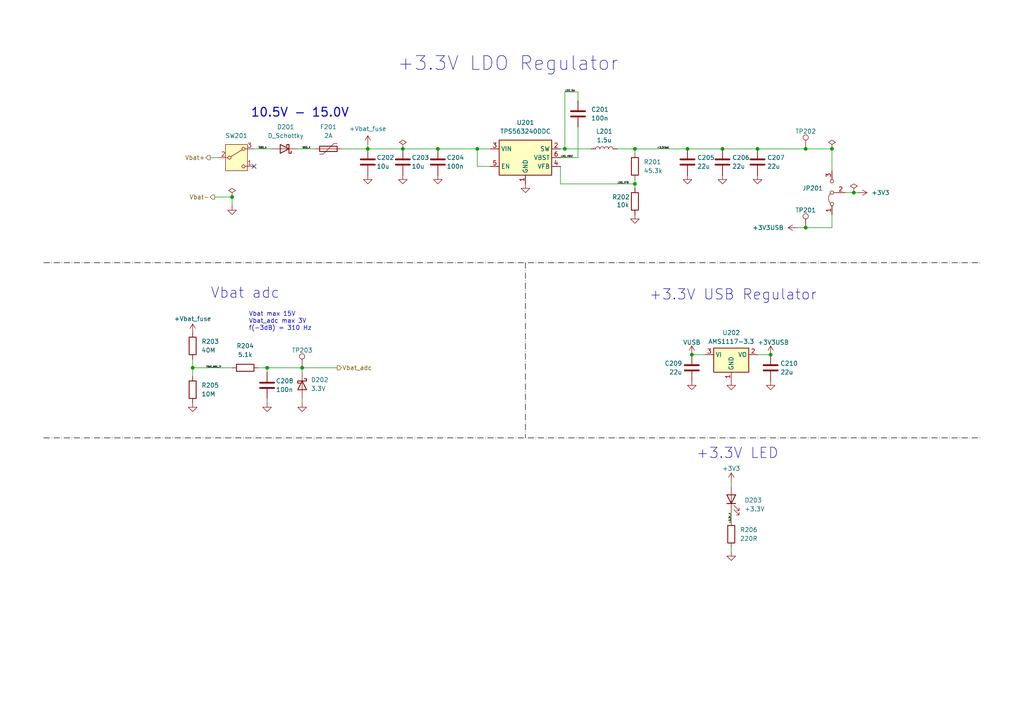
<source format=kicad_sch>
(kicad_sch (version 20250114) (generator "eeschema") (generator_version "9.0")
  (paper "A4")
  (title_block (title "Boat Autopilot Controller") (date "2025-11-11") (rev "0.1") (company "Dominik Ledzianowski / Klaudia Lewandowska"))
  (lib_symbols
    (symbol "Connector:TestPoint" (pin_numbers (hide yes)) (pin_names (offset 0.762) (hide yes))
      (property "Reference" "TP" (at 0 6.858 0))
      (property "Value" "TestPoint" (at 0 5.08 0))
      (symbol "TestPoint_0_1"
        (circle (center 0 3.302) (radius 0.762))
      )
      (symbol "TestPoint_1_1"
        (pin passive line (at 0 0 90) (length 2.54) (name "1") (number "1"))
      )
    )
    (symbol "Device:C" (pin_numbers (hide yes)) (pin_names (offset 0.254))
      (property "Reference" "C" (at 0.635 2.54 0))
      (property "Value" "C" (at 0.635 -2.54 0))
      (symbol "C_0_1"
        (polyline (pts (xy -2.032 0.762) (xy 2.032 0.762)) (stroke (width 0.508)))
        (polyline (pts (xy -2.032 -0.762) (xy 2.032 -0.762)) (stroke (width 0.508)))
      )
      (symbol "C_1_1"
        (pin passive line (at 0 3.81 270) (length 2.794) (name "~") (number "1"))
        (pin passive line (at 0 -3.81 90) (length 2.794) (name "~") (number "2"))
      )
    )
    (symbol "Device:D_Schottky" (pin_numbers (hide yes)) (pin_names (offset 1.016) (hide yes))
      (property "Reference" "D" (at 0 2.54 0))
      (property "Value" "D_Schottky" (at 0 -2.54 0))
      (symbol "D_Schottky_0_1"
        (polyline (pts (xy -1.905 0.635) (xy -1.905 1.27) (xy -1.27 1.27) (xy -1.27 -1.27) (xy -0.635 -1.27) (xy -0.635 -0.635)) (stroke (width 0.254)))
        (polyline (pts (xy 1.27 1.27) (xy 1.27 -1.27) (xy -1.27 0) (xy 1.27 1.27)) (stroke (width 0.254)))
        (polyline (pts (xy 1.27 0) (xy -1.27 0)))
      )
      (symbol "D_Schottky_1_1"
        (pin passive line (at -3.81 0 0) (length 2.54) (name "K") (number "1"))
        (pin passive line (at 3.81 0 180) (length 2.54) (name "A") (number "2"))
      )
    )
    (symbol "Device:L" (pin_numbers (hide yes)) (pin_names (offset 1.016) (hide yes))
      (property "Reference" "L" (at -1.27 0 90))
      (property "Value" "L" (at 1.905 0 90))
      (symbol "L_0_1"
        (arc (start 0 2.54) (mid 0.6323 1.905) (end 0 1.27))
        (arc (start 0 1.27) (mid 0.6323 0.635) (end 0 0))
        (arc (start 0 0) (mid 0.6323 -0.635) (end 0 -1.27))
        (arc (start 0 -1.27) (mid 0.6323 -1.905) (end 0 -2.54))
      )
      (symbol "L_1_1"
        (pin passive line (at 0 3.81 270) (length 1.27) (name "1") (number "1"))
        (pin passive line (at 0 -3.81 90) (length 1.27) (name "2") (number "2"))
      )
    )
    (symbol "Device:LED" (pin_numbers (hide yes)) (pin_names (offset 1.016) (hide yes))
      (property "Reference" "D" (at 0 2.54 0))
      (property "Value" "LED" (at 0 -2.54 0))
      (symbol "LED_0_1"
        (polyline (pts (xy -3.048 -0.762) (xy -4.572 -2.286) (xy -3.81 -2.286) (xy -4.572 -2.286) (xy -4.572 -1.524)))
        (polyline (pts (xy -1.778 -0.762) (xy -3.302 -2.286) (xy -2.54 -2.286) (xy -3.302 -2.286) (xy -3.302 -1.524)))
        (polyline (pts (xy -1.27 0) (xy 1.27 0)))
        (polyline (pts (xy -1.27 -1.27) (xy -1.27 1.27)) (stroke (width 0.254)))
        (polyline (pts (xy 1.27 -1.27) (xy 1.27 1.27) (xy -1.27 0) (xy 1.27 -1.27)) (stroke (width 0.254)))
      )
      (symbol "LED_1_1"
        (pin passive line (at -3.81 0 0) (length 2.54) (name "K") (number "1"))
        (pin passive line (at 3.81 0 180) (length 2.54) (name "A") (number "2"))
      )
    )
    (symbol "Device:Polyfuse" (pin_numbers (hide yes)) (pin_names (offset 0))
      (property "Reference" "F" (at -2.54 0 90))
      (property "Value" "Polyfuse" (at 2.54 0 90))
      (symbol "Polyfuse_0_1"
        (polyline (pts (xy -1.524 2.54) (xy -1.524 1.524) (xy 1.524 -1.524) (xy 1.524 -2.54)))
        (rectangle (start -0.762 2.54) (end 0.762 -2.54) (stroke (width 0.254)))
        (polyline (pts (xy 0 2.54) (xy 0 -2.54)))
      )
      (symbol "Polyfuse_1_1"
        (pin passive line (at 0 3.81 270) (length 1.27) (name "~") (number "1"))
        (pin passive line (at 0 -3.81 90) (length 1.27) (name "~") (number "2"))
      )
    )
    (symbol "Device:R" (pin_numbers (hide yes)) (pin_names (offset 0))
      (property "Reference" "R" (at 2.032 0 90))
      (property "Value" "R" (at 0 0 90))
      (symbol "R_0_1"
        (rectangle (start -1.016 -2.54) (end 1.016 2.54) (stroke (width 0.254)))
      )
      (symbol "R_1_1"
        (pin passive line (at 0 3.81 270) (length 1.27) (name "~") (number "1"))
        (pin passive line (at 0 -3.81 90) (length 1.27) (name "~") (number "2"))
      )
    )
    (symbol "Jumper:Jumper_3_Bridged12" (pin_names (offset 0) (hide yes)) (in_bom no)
      (property "Reference" "JP" (at -2.54 -2.54 0))
      (property "Value" "Jumper_3_Bridged12" (at 0 2.794 0))
      (symbol "Jumper_3_Bridged12_0_0"
        (circle (center -3.302 0) (radius 0.508))
        (circle (center 0 0) (radius 0.508))
        (circle (center 3.302 0) (radius 0.508))
      )
      (symbol "Jumper_3_Bridged12_0_1"
        (arc (start -3.048 0.508) (mid -1.651 0.9912) (end -0.254 0.508))
        (polyline (pts (xy 0 -1.27) (xy 0 -0.508)))
      )
      (symbol "Jumper_3_Bridged12_1_1"
        (pin passive line (at -6.35 0 0) (length 2.54) (name "A") (number "1"))
        (pin passive line (at 0 -3.81 90) (length 2.54) (name "C") (number "2"))
        (pin passive line (at 6.35 0 180) (length 2.54) (name "B") (number "3"))
      )
    )
    (symbol "Regulator_Linear:AMS1117-3.3"
      (property "Reference" "U" (at -3.81 3.175 0))
      (property "Value" "AMS1117-3.3" (at 0 3.175 0))
      (symbol "AMS1117-3.3_0_1"
        (rectangle (start -5.08 -5.08) (end 5.08 1.905) (stroke (width 0.254)) (fill (type background)))
      )
      (symbol "AMS1117-3.3_1_1"
        (pin power_in line (at -7.62 0 0) (length 2.54) (name "VI") (number "3"))
        (pin power_in line (at 0 -7.62 90) (length 2.54) (name "GND") (number "1"))
        (pin power_out line (at 7.62 0 180) (length 2.54) (name "VO") (number "2"))
      )
    )
    (symbol "Regulator_Switching:TPS563240DDC"
      (property "Reference" "U" (at -7.62 6.35 0))
      (property "Value" "TPS563240DDC" (at -2.54 6.35 0))
      (symbol "TPS563240DDC_0_1"
        (rectangle (start -7.62 5.08) (end 7.62 -5.08) (stroke (width 0.254)) (fill (type background)))
      )
      (symbol "TPS563240DDC_1_1"
        (pin power_in line (at -10.16 2.54 0) (length 2.54) (name "VIN") (number "3"))
        (pin input line (at -10.16 -2.54 0) (length 2.54) (name "EN") (number "5"))
        (pin power_in line (at 0 -7.62 90) (length 2.54) (name "GND") (number "1"))
        (pin output line (at 10.16 2.54 180) (length 2.54) (name "SW") (number "2"))
        (pin passive line (at 10.16 0 180) (length 2.54) (name "VBST") (number "6"))
        (pin input line (at 10.16 -2.54 180) (length 2.54) (name "VFB") (number "4"))
      )
    )
    (symbol "Switch:SW_Nidec_CAS-120A1" (pin_names (offset 1) (hide yes))
      (property "Reference" "SW" (at 0 4.318 0))
      (property "Value" "SW_Nidec_CAS-120A1" (at 0 -5.08 0))
      (symbol "SW_Nidec_CAS-120A1_0_1"
        (circle (center -2.032 0) (radius 0.4572))
        (polyline (pts (xy -1.651 0.254) (xy 1.651 2.286)))
        (circle (center 2.032 2.54) (radius 0.4572))
        (circle (center 2.032 -2.54) (radius 0.4572))
      )
      (symbol "SW_Nidec_CAS-120A1_1_1"
        (rectangle (start -3.175 3.81) (end 3.175 -3.81) (fill (type background)))
        (pin passive line (at -5.08 0 0) (length 2.54) (name "B") (number "2"))
        (pin passive line (at 5.08 2.54 180) (length 2.54) (name "A") (number "3"))
        (pin passive line (at 5.08 -2.54 180) (length 2.54) (name "C") (number "1"))
      )
    )
    (symbol "power:+3V3" (power) (pin_numbers (hide yes)) (pin_names (offset 0) (hide yes))
      (property "Value" "+3V3" (at 0 3.556 0))
      (symbol "+3V3_0_1"
        (polyline (pts (xy -0.762 1.27) (xy 0 2.54)))
        (polyline (pts (xy 0 2.54) (xy 0.762 1.27)))
        (polyline (pts (xy 0 0) (xy 0 2.54)))
      )
      (symbol "+3V3_1_1"
        (pin power_in line (at 0 0 90) (length 0) (name "~") (number "1"))
      )
    )
    (symbol "power:GND" (power) (pin_numbers (hide yes)) (pin_names (offset 0) (hide yes))
      (property "Value" "GND" (at 0 -3.81 0))
      (symbol "GND_0_1"
        (polyline (pts (xy 0 0) (xy 0 -1.27) (xy 1.27 -1.27) (xy 0 -2.54) (xy -1.27 -1.27) (xy 0 -1.27)))
      )
      (symbol "GND_1_1"
        (pin power_in line (at 0 0 270) (length 0) (name "~") (number "1"))
      )
    )
    (symbol "power:PWR_FLAG" (power) (pin_numbers (hide yes)) (pin_names (offset 0) (hide yes))
      (property "Value" "PWR_FLAG" (at 0 3.81 0))
      (symbol "PWR_FLAG_0_0"
        (pin power_out line (at 0 0 90) (length 0) (name "~") (number "1"))
      )
      (symbol "PWR_FLAG_0_1"
        (polyline (pts (xy 0 0) (xy 0 1.27) (xy -1.016 1.905) (xy 0 2.54) (xy 1.016 1.905) (xy 0 1.27)))
      )
    )
    (symbol "power:VBUS" (power) (pin_numbers (hide yes)) (pin_names (offset 0) (hide yes))
      (property "Value" "VBUS" (at 0 3.556 0))
      (symbol "VBUS_0_1"
        (polyline (pts (xy -0.762 1.27) (xy 0 2.54)))
        (polyline (pts (xy 0 2.54) (xy 0.762 1.27)))
        (polyline (pts (xy 0 0) (xy 0 2.54)))
      )
      (symbol "VBUS_1_1"
        (pin power_in line (at 0 0 90) (length 0) (name "~") (number "1"))
      )
    )
  )
  (text "Vbat adc" (at 71.12 85.09 0) (effects (font (size 3 3))))
  (text "+3.3V LDO Regulator" (at 147.32 18.542 0) (effects (font (size 4 4))))
  (text "Vbat max 15V\nVbat_adc max 3V\nf(-3dB) = 310 Hz\n\n" (at 72.136 94.234 0) (effects (font (size 1.27 1.27)) (justify left)))
  (text "+3.3V USB Regulator" (at 212.598 85.598 0) (effects (font (size 3 3))))
  (text "+3.3V LED" (at 213.868 131.572 0) (effects (font (size 3 3))))
  (text "10.5V - 15.0V" (at 72.644 32.766 0) (effects (font (size 2.54 2.54) (thickness 0.3175)) (justify left)))
  (junction (at 200.66 102.87))
  (junction (at 233.68 66.04))
  (junction (at 138.43 43.18))
  (junction (at 199.39 43.18))
  (junction (at 87.63 106.68))
  (junction (at 241.3 43.18))
  (junction (at 106.68 43.18))
  (junction (at 55.88 106.68))
  (junction (at 127 43.18))
  (junction (at 77.47 106.68))
  (junction (at 233.68 43.18))
  (junction (at 219.71 43.18))
  (junction (at 67.31 57.15))
  (junction (at 163.83 43.18))
  (junction (at 184.15 43.18))
  (junction (at 247.65 55.88))
  (junction (at 223.52 102.87))
  (junction (at 116.84 43.18))
  (junction (at 184.15 53.34))
  (junction (at 209.55 43.18))
  (no_connect (at 73.66 48.26))
  (wire (pts (xy 127 43.18) (xy 138.43 43.18)))
  (wire (pts (xy 219.71 43.18) (xy 233.68 43.18)))
  (wire (pts (xy 86.36 43.18) (xy 91.44 43.18)))
  (wire (pts (xy 184.15 43.18) (xy 199.39 43.18)))
  (wire (pts (xy 199.39 43.18) (xy 209.55 43.18)))
  (wire (pts (xy 163.83 26.67) (xy 163.83 43.18)))
  (wire (pts (xy 77.47 107.95) (xy 77.47 106.68)))
  (wire (pts (xy 162.56 48.26) (xy 162.56 53.34)))
  (wire (pts (xy 219.71 102.87) (xy 223.52 102.87)))
  (wire (pts (xy 138.43 43.18) (xy 138.43 48.26)))
  (wire (pts (xy 116.84 43.18) (xy 127 43.18)))
  (wire (pts (xy 184.15 52.07) (xy 184.15 53.34)))
  (wire (pts (xy 73.66 43.18) (xy 78.74 43.18)))
  (wire (pts (xy 212.09 139.7) (xy 212.09 140.97)))
  (wire (pts (xy 106.68 43.18) (xy 116.84 43.18)))
  (polyline (pts (xy 12.7 76.2) (xy 284.48 76.2)) (stroke (width 0) (type dash_dot) (color 0 0 0 1)))
  (wire (pts (xy 162.56 53.34) (xy 184.15 53.34)))
  (wire (pts (xy 231.14 66.04) (xy 233.68 66.04)))
  (wire (pts (xy 77.47 106.68) (xy 87.63 106.68)))
  (polyline (pts (xy 152.4 76.2) (xy 152.4 127)) (stroke (width 0) (type dash_dot) (color 0 0 0 1)))
  (wire (pts (xy 99.06 43.18) (xy 106.68 43.18)))
  (wire (pts (xy 209.55 43.18) (xy 219.71 43.18)))
  (wire (pts (xy 87.63 106.68) (xy 97.79 106.68)))
  (wire (pts (xy 142.24 48.26) (xy 138.43 48.26)))
  (wire (pts (xy 163.83 43.18) (xy 171.45 43.18)))
  (wire (pts (xy 55.88 104.14) (xy 55.88 106.68)))
  (wire (pts (xy 233.68 66.04) (xy 241.3 66.04)))
  (wire (pts (xy 77.47 115.57) (xy 77.47 116.84)))
  (wire (pts (xy 233.68 43.18) (xy 241.3 43.18)))
  (wire (pts (xy 184.15 43.18) (xy 184.15 44.45)))
  (wire (pts (xy 55.88 106.68) (xy 67.31 106.68)))
  (wire (pts (xy 106.68 41.91) (xy 106.68 43.18)))
  (wire (pts (xy 138.43 43.18) (xy 142.24 43.18)))
  (wire (pts (xy 60.96 45.72) (xy 63.5 45.72)))
  (wire (pts (xy 162.56 45.72) (xy 167.64 45.72)))
  (wire (pts (xy 241.3 49.53) (xy 241.3 43.18)))
  (wire (pts (xy 62.23 57.15) (xy 67.31 57.15)))
  (wire (pts (xy 163.83 43.18) (xy 162.56 43.18)))
  (wire (pts (xy 167.64 26.67) (xy 163.83 26.67)))
  (wire (pts (xy 200.66 102.87) (xy 204.47 102.87)))
  (wire (pts (xy 87.63 115.57) (xy 87.63 116.84)))
  (wire (pts (xy 247.65 55.88) (xy 248.92 55.88)))
  (wire (pts (xy 167.64 29.21) (xy 167.64 26.67)))
  (wire (pts (xy 184.15 53.34) (xy 184.15 54.61)))
  (wire (pts (xy 241.3 62.23) (xy 241.3 66.04)))
  (polyline (pts (xy 12.7 127) (xy 284.48 127)) (stroke (width 0) (type dash_dot) (color 0 0 0 1)))
  (wire (pts (xy 67.31 57.15) (xy 67.31 59.69)))
  (wire (pts (xy 245.11 55.88) (xy 247.65 55.88)))
  (wire (pts (xy 212.09 158.75) (xy 212.09 160.02)))
  (wire (pts (xy 87.63 106.68) (xy 87.63 107.95)))
  (wire (pts (xy 55.88 106.68) (xy 55.88 109.22)))
  (wire (pts (xy 212.09 148.59) (xy 212.09 151.13)))
  (wire (pts (xy 167.64 36.83) (xy 167.64 45.72)))
  (wire (pts (xy 74.93 106.68) (xy 77.47 106.68)))
  (wire (pts (xy 179.07 43.18) (xy 184.15 43.18)))
  (label "Vbat_adc_in" (at 59.69 106.68 0) (effects (font (size 0.5 0.5))))
  (label "SBD_A" (at 74.93 43.18 0) (effects (font (size 0.5 0.5))))
  (label "+3.3Vbat" (at 190.5 43.18 0) (effects (font (size 0.5 0.5))))
  (label "LDO_SW" (at 163.83 26.67 0) (effects (font (size 0.5 0.5))))
  (label "SBD_K" (at 87.63 43.18 0) (effects (font (size 0.5 0.5))))
  (label "LDO_VFB" (at 179.07 53.34 0) (effects (font (size 0.5 0.5))))
  (label "+3.3V_K" (at 212.09 148.59 270) (effects (font (size 0.5 0.5))))
  (label "LDO_VBST" (at 162.56 45.72 0) (effects (font (size 0.5 0.5))))
  (hierarchical_label "Vbat+" (shape output) (at 60.96 45.72 180))
  (hierarchical_label "Vbat-" (shape output) (at 62.23 57.15 180))
  (hierarchical_label "Vbat_adc" (shape output) (at 97.79 106.68 0))
  (symbol (lib_id "Device:C") (at 127 46.99 0) (unit 1)
    (property "Reference" "C204" (at 129.54 45.72 0) (effects (justify left)))
    (property "Value" "100n" (at 129.54 48.26 0) (effects (justify left)))
    (property "Footprint" "Capacitor_SMD:C_0805_2012Metric" (effects (hide yes)))
    (property "Description" "100nF 50V X7R ±10% 0805 Multilayer Ceramic Capacitors" (effects (hide yes)))
    (property "Distributor" "https://jlcpcb.com/partdetail/28983-CL21B104KCFNNNE/C28233" (effects (hide yes)))
    (property "MFR Part" "CL21B104KCFNNNE" (effects (hide yes)))
    (property "Manufacturer" "Samsung Electro-Mechanics" (effects (hide yes)))
  )
  (symbol (lib_id "power:PWR_FLAG") (at 247.65 55.88 0) (unit 1)
    (property "Reference" "#FLG0205" (effects (hide yes)))
    (property "Value" "PWR_FLAG" (effects (hide yes)))
    (property "Description" "Special symbol for telling ERC where power comes from" (effects (hide yes)))
  )
  (symbol (lib_id "power:GND") (at 212.09 160.02 0) (unit 1)
    (property "Reference" "#PWR0223" (effects (hide yes)))
    (property "Value" "GND" (effects (hide yes)))
    (property "Description" "Power symbol creates a global label with name \"GND\" , ground" (effects (hide yes)))
  )
  (symbol (lib_id "Device:C") (at 200.66 106.68 0) (mirror y) (unit 1)
    (property "Reference" "C209" (at 197.866 105.41 0) (effects (justify left)))
    (property "Value" "22u" (at 197.866 107.95 0) (effects (justify left)))
    (property "Footprint" "Capacitor_SMD:C_0603_1608Metric" (effects (hide yes)))
    (property "Description" "22uF 6.3V X5R ±20% 0603 Multilayer Ceramic Capacitors" (effects (hide yes)))
    (property "Distributor" "https://jlcpcb.com/partdetail/MurataElectronics-GRM188R60J226MEA0D/C77042" (effects (hide yes)))
    (property "MFR Part" "GRM188R60J226MEA0D" (effects (hide yes)))
    (property "Manufacturer" "Murata Electronics " (effects (hide yes)))
  )
  (symbol (lib_id "Device:R") (at 55.88 113.03 0) (unit 1)
    (property "Reference" "R205" (at 58.42 111.7599 0) (effects (justify left)))
    (property "Value" "10M" (at 58.42 114.2999 0) (effects (justify left)))
    (property "Footprint" "Resistor_SMD:R_0805_2012Metric" (effects (hide yes)))
    (property "Distributor" "https://jlcpcb.com/partdetail/26851-0805W8F1005T5E/C26108" (effects (hide yes)))
    (property "MFR Part" "0805W8F1005T5E" (effects (hide yes)))
    (property "Manufacturer" "UNI-ROYAL(Uniroyal Elec)" (effects (hide yes)))
  )
  (symbol (lib_id "power:GND") (at 223.52 110.49 0) (unit 1)
    (property "Reference" "#PWR0218" (effects (hide yes)))
    (property "Value" "GND" (effects (hide yes)))
    (property "Description" "Power symbol creates a global label with name \"GND\" , ground" (effects (hide yes)))
  )
  (symbol (lib_id "power:GND") (at 55.88 116.84 0) (unit 1)
    (property "Reference" "#PWR0219" (effects (hide yes)))
    (property "Value" "GND" (effects (hide yes)))
    (property "Description" "Power symbol creates a global label with name \"GND\" , ground" (effects (hide yes)))
  )
  (symbol (lib_id "power:GND") (at 219.71 50.8 0) (unit 1)
    (property "Reference" "#PWR0207" (effects (hide yes)))
    (property "Value" "GND" (effects (hide yes)))
    (property "Description" "Power symbol creates a global label with name \"GND\" , ground" (effects (hide yes)))
  )
  (symbol (lib_id "Device:R") (at 184.15 48.26 0) (unit 1)
    (property "Reference" "R201" (at 186.69 46.9899 0) (effects (justify left)))
    (property "Value" "45.3k" (at 186.69 49.5299 0) (effects (justify left)))
    (property "Footprint" "Resistor_SMD:R_0805_2012Metric" (effects (hide yes)))
    (property "Description" "45.3 kΩ +- 1.0%, Power = 63 mW" (effects (hide yes)))
    (property "Distributor" "https://jlcpcb.com/partdetail/18389-0805W8F4532T5E/C17701" (effects (hide yes)))
    (property "MFR Part" "0805W8F4532T5E" (effects (hide yes)))
    (property "Manufacturer" "UNI-ROYAL(Uniroyal Elec) " (effects (hide yes)))
  )
  (symbol (lib_id "Regulator_Switching:TPS563240DDC") (at 152.4 45.72 0) (unit 1)
    (property "Reference" "U201" (at 152.4 35.56 0))
    (property "Value" "TPS563240DDC" (at 152.4 38.1 0))
    (property "Footprint" "Package_TO_SOT_SMD:SOT-23-6" (effects (hide yes)))
    (property "Datasheet" "www.ti.com/lit/ds/symlink/tps563240.pdf" (effects (hide yes)))
    (property "Description" "3A Synchronous Step-Down Voltage Regulator, Adjustable Output Voltage, 4.5-17V Input Voltage, SOT-23-6" (effects (hide yes)))
    (property "Distributor" "https://jlcpcb.com/partdetail/TexasInstruments-TPS563240DDCR/C1850333" (effects (hide yes)))
    (property "MFR Part" "TPS563240DDCR" (effects (hide yes)))
    (property "Manufacturer" "Texas Instruments" (effects (hide yes)))
  )
  (symbol (lib_id "power:GND") (at 212.09 110.49 0) (unit 1)
    (property "Reference" "#PWR0217" (effects (hide yes)))
    (property "Value" "GND" (effects (hide yes)))
    (property "Description" "Power symbol creates a global label with name \"GND\" , ground" (effects (hide yes)))
  )
  (symbol (lib_id "power:+3V3") (at 223.52 102.87 0) (unit 1)
    (property "Reference" "#PWR0215" (effects (hide yes)))
    (property "Value" "+3V3USB" (at 224.282 99.314 0))
    (property "Description" "Power symbol creates a global label with name \"+3V3\"" (effects (hide yes)))
  )
  (symbol (lib_id "power:+3V3") (at 55.88 96.52 0) (unit 1)
    (property "Reference" "#PWR0213" (effects (hide yes)))
    (property "Value" "+Vbat_fuse" (at 55.88 92.456 0))
    (property "Description" "Power symbol creates a global label with name \"+3V3\"" (effects (hide yes)))
  )
  (symbol (lib_id "Device:C") (at 106.68 46.99 0) (unit 1)
    (property "Reference" "C202" (at 109.22 45.72 0) (effects (justify left)))
    (property "Value" "10u" (at 109.22 48.26 0) (effects (justify left)))
    (property "Footprint" "Capacitor_SMD:C_0805_2012Metric" (effects (hide yes)))
    (property "Description" "10uF 25V X5R ±20% 0805 Multilayer Ceramic Capacitors" (effects (hide yes)))
    (property "Distributor" "https://jlcpcb.com/partdetail/367931-GRM21BR61E106MA73L/C391262" (effects (hide yes)))
    (property "MFR Part" "GRM21BR61E106MA73L" (effects (hide yes)))
    (property "Manufacturer" "Murata Electronics" (effects (hide yes)))
  )
  (symbol (lib_id "power:GND") (at 67.31 59.69 0) (unit 1)
    (property "Reference" "#PWR0210" (effects (hide yes)))
    (property "Value" "GND" (effects (hide yes)))
    (property "Description" "Power symbol creates a global label with name \"GND\" , ground" (effects (hide yes)))
  )
  (symbol (lib_id "power:PWR_FLAG") (at 67.31 57.15 0) (unit 1)
    (property "Reference" "#FLG0202" (effects (hide yes)))
    (property "Value" "PWR_FLAG" (effects (hide yes)))
    (property "Description" "Special symbol for telling ERC where power comes from" (effects (hide yes)))
  )
  (symbol (lib_id "Device:C") (at 199.39 46.99 0) (unit 1)
    (property "Reference" "C205" (at 202.184 45.72 0) (effects (justify left)))
    (property "Value" "22u" (at 202.184 48.26 0) (effects (justify left)))
    (property "Footprint" "Capacitor_SMD:C_0603_1608Metric" (effects (hide yes)))
    (property "Description" "22uF 6.3V X5R ±20% 0603 Multilayer Ceramic Capacitors" (effects (hide yes)))
    (property "Distributor" "https://jlcpcb.com/partdetail/MurataElectronics-GRM188R60J226MEA0D/C77042" (effects (hide yes)))
    (property "MFR Part" "GRM188R60J226MEA0D" (effects (hide yes)))
    (property "Manufacturer" "Murata Electronics " (effects (hide yes)))
  )
  (symbol (lib_id "power:+3V3") (at 231.14 66.04 90) (unit 1)
    (property "Reference" "#PWR0212" (effects (hide yes)))
    (property "Value" "+3V3USB" (at 227.33 66.0399 90) (effects (justify left)))
    (property "Description" "Power symbol creates a global label with name \"+3V3\"" (effects (hide yes)))
  )
  (symbol (lib_id "Device:R") (at 212.09 154.94 0) (unit 1)
    (property "Reference" "R206" (at 214.63 153.6699 0) (effects (justify left)))
    (property "Value" "220R" (at 214.63 156.2099 0) (effects (justify left)))
    (property "Footprint" "Resistor_SMD:R_0805_2012Metric" (effects (hide yes)))
    (property "Description" "Resistor" (effects (hide yes)))
    (property "Distributor" "https://jlcpcb.com/partdetail/18245-0805W8F2200T5E/C17557" (effects (hide yes)))
    (property "MFR Part" "0805W8F2200T5E" (effects (hide yes)))
    (property "Manufacturer" "UNI-ROYAL(Uniroyal Elec) " (effects (hide yes)))
  )
  (symbol (lib_id "power:+3V3") (at 212.09 139.7 0) (unit 1)
    (property "Reference" "#PWR0222" (effects (hide yes)))
    (property "Value" "+3V3" (at 212.09 135.89 0))
    (property "Description" "Power symbol creates a global label with name \"+3V3\"" (effects (hide yes)))
  )
  (symbol (lib_id "Device:R") (at 184.15 58.42 0) (unit 1)
    (property "Reference" "R202" (at 177.546 57.15 0) (effects (justify left)))
    (property "Value" "10k" (at 178.816 59.436 0) (effects (justify left)))
    (property "Footprint" "Resistor_SMD:R_0805_2012Metric" (effects (hide yes)))
    (property "Description" "10kΩ 125mW 150V ±1%" (effects (hide yes)))
    (property "Distributor" "https://jlcpcb.com/partdetail/18102-0805W8F1002T5E/C17414" (effects (hide yes)))
    (property "MFR Part" "0805W8F1002T5E " (effects (hide yes)))
    (property "Manufacturer" "UNI-ROYAL(Uniroyal Elec) " (effects (hide yes)))
  )
  (symbol (lib_id "Device:D_Schottky") (at 82.55 43.18 180) (unit 1)
    (property "Reference" "D201" (at 82.8675 36.83 0))
    (property "Value" "D_Schottky" (at 82.8675 39.37 0))
    (property "Footprint" "Diode_SMD:D_SMA" (effects (hide yes)))
    (property "Description" "Schottky diode" (effects (hide yes)))
    (property "Distributor" "https://jlcpcb.com/partdetail/MDD_Microdiode_Semiconductor-SS34/C8678" (effects (hide yes)))
    (property "MFR Part" "SS34" (effects (hide yes)))
    (property "Manufacturer" "MDD(Microdiode Semiconductor)" (effects (hide yes)))
  )
  (symbol (lib_id "Device:C") (at 209.55 46.99 0) (unit 1)
    (property "Reference" "C206" (at 212.344 45.72 0) (effects (justify left)))
    (property "Value" "22u" (at 212.344 48.26 0) (effects (justify left)))
    (property "Footprint" "Capacitor_SMD:C_0603_1608Metric" (effects (hide yes)))
    (property "Description" "22uF 6.3V X5R ±20% 0603 Multilayer Ceramic Capacitors" (effects (hide yes)))
    (property "Distributor" "https://jlcpcb.com/partdetail/MurataElectronics-GRM188R60J226MEA0D/C77042" (effects (hide yes)))
    (property "MFR Part" "GRM188R60J226MEA0D" (effects (hide yes)))
    (property "Manufacturer" "Murata Electronics " (effects (hide yes)))
  )
  (symbol (lib_id "Connector:TestPoint") (at 233.68 43.18 0) (mirror y) (unit 1) (in_bom no)
    (property "Reference" "TP202" (at 233.68 38.1 0))
    (property "Value" "TestPoint" (effects (hide yes)))
    (property "Footprint" "TestPoint:TestPoint_Pad_D2.0mm" (effects (hide yes)))
    (property "Description" "test point" (effects (hide yes)))
  )
  (symbol (lib_id "Device:C") (at 167.64 33.02 0) (unit 1)
    (property "Reference" "C201" (at 171.45 31.7499 0) (effects (justify left)))
    (property "Value" "100n" (at 171.45 34.2899 0) (effects (justify left)))
    (property "Footprint" "Capacitor_SMD:C_0603_1608Metric" (effects (hide yes)))
    (property "Description" "100nF 16V X7R ±10% 0603 Multilayer Ceramic Capacitor" (effects (hide yes)))
    (property "Distributor" "https://jlcpcb.com/partdetail/TaiyoYuden-EMK107B7104KAT/C3868378" (effects (hide yes)))
    (property "MFR Part" " EMK107B7104KA-T" (effects (hide yes)))
    (property "Manufacturer" " Taiyo Yuden" (effects (hide yes)))
  )
  (symbol (lib_id "power:GND") (at 77.47 116.84 0) (unit 1)
    (property "Reference" "#PWR0220" (effects (hide yes)))
    (property "Value" "GND" (effects (hide yes)))
    (property "Description" "Power symbol creates a global label with name \"GND\" , ground" (effects (hide yes)))
  )
  (symbol (lib_id "power:GND") (at 87.63 116.84 0) (unit 1)
    (property "Reference" "#PWR0221" (effects (hide yes)))
    (property "Value" "GND" (effects (hide yes)))
    (property "Description" "Power symbol creates a global label with name \"GND\" , ground" (effects (hide yes)))
  )
  (symbol (lib_id "Device:C") (at 219.71 46.99 0) (unit 1)
    (property "Reference" "C207" (at 222.504 45.72 0) (effects (justify left)))
    (property "Value" "22u" (at 222.504 48.26 0) (effects (justify left)))
    (property "Footprint" "Capacitor_SMD:C_0603_1608Metric" (effects (hide yes)))
    (property "Description" "22uF 6.3V X5R ±20% 0603 Multilayer Ceramic Capacitors" (effects (hide yes)))
    (property "Distributor" "https://jlcpcb.com/partdetail/MurataElectronics-GRM188R60J226MEA0D/C77042" (effects (hide yes)))
    (property "MFR Part" "GRM188R60J226MEA0D" (effects (hide yes)))
    (property "Manufacturer" "Murata Electronics " (effects (hide yes)))
  )
  (symbol (lib_id "Connector:TestPoint") (at 233.68 66.04 0) (mirror y) (unit 1) (in_bom no)
    (property "Reference" "TP201" (at 233.68 60.96 0))
    (property "Value" "TestPoint" (effects (hide yes)))
    (property "Footprint" "TestPoint:TestPoint_Pad_D2.0mm" (effects (hide yes)))
    (property "Description" "test point" (effects (hide yes)))
  )
  (symbol (lib_id "Device:C") (at 116.84 46.99 0) (unit 1)
    (property "Reference" "C203" (at 119.38 45.72 0) (effects (justify left)))
    (property "Value" "10u" (at 119.38 48.26 0) (effects (justify left)))
    (property "Footprint" "Capacitor_SMD:C_0805_2012Metric" (effects (hide yes)))
    (property "Description" "10uF 25V X5R ±20% 0805 Multilayer Ceramic Capacitors" (effects (hide yes)))
    (property "Distributor" "https://jlcpcb.com/partdetail/367931-GRM21BR61E106MA73L/C391262" (effects (hide yes)))
    (property "MFR Part" "GRM21BR61E106MA73L" (effects (hide yes)))
    (property "Manufacturer" "Murata Electronics" (effects (hide yes)))
  )
  (symbol (lib_id "Regulator_Linear:AMS1117-3.3") (at 212.09 102.87 0) (unit 1)
    (property "Reference" "U202" (at 212.09 96.52 0))
    (property "Value" "AMS1117-3.3" (at 212.09 99.06 0))
    (property "Footprint" "Package_TO_SOT_SMD:SOT-223-3_TabPin2" (effects (hide yes)))
    (property "Datasheet" "http://www.advanced-monolithic.com/pdf/ds1117.pdf" (effects (hide yes)))
    (property "Description" "1A Low Dropout regulator, positive, 3.3V fixed output, SOT-223" (effects (hide yes)))
    (property "Distributor" "https://jlcpcb.com/partdetail/Advanced_MonolithicSystems-AMS1117_33/C6186" (effects (hide yes)))
    (property "MFR Part" "AMS1117-3.3 " (effects (hide yes)))
    (property "Manufacturer" "Advanced Monolithic Systems" (effects (hide yes)))
  )
  (symbol (lib_id "power:GND") (at 116.84 50.8 0) (unit 1)
    (property "Reference" "#PWR0203" (effects (hide yes)))
    (property "Value" "GND" (effects (hide yes)))
    (property "Description" "Power symbol creates a global label with name \"GND\" , ground" (effects (hide yes)))
  )
  (symbol (lib_id "Device:R") (at 55.88 100.33 0) (unit 1)
    (property "Reference" "R203" (at 58.42 99.0599 0) (effects (justify left)))
    (property "Value" "40M" (at 58.42 101.5999 0) (effects (justify left)))
    (property "Footprint" "Resistor_SMD:R_0805_2012Metric" (effects (hide yes)))
    (property "Distributor" "https://jlcpcb.com/partdetail/TEConnectivity-RH73H2A40MKTN/C2090377" (effects (hide yes)))
    (property "MFR Part" "RH73H2A40MKTN" (effects (hide yes)))
    (property "Manufacturer" "TE Connectivity " (effects (hide yes)))
  )
  (symbol (lib_id "Device:D_Schottky") (at 87.63 111.76 270) (unit 1)
    (property "Reference" "D202" (at 90.17 110.1724 90) (effects (justify left)))
    (property "Value" "3.3V" (at 90.17 112.7124 90) (effects (justify left)))
    (property "Footprint" "Diode_SMD:D_SOD-323" (effects (hide yes)))
    (property "Description" "200mW 28Ω 3.14V~3.47V" (effects (hide yes)))
    (property "Distributor" "https://jlcpcb.com/partdetail/DiodesIncorporated-MMSZ5226BS_7F/C145097" (effects (hide yes)))
    (property "MFR Part" "MMSZ5226BS-7-F" (effects (hide yes)))
    (property "Manufacturer" "Diodes Incorporated" (effects (hide yes)))
  )
  (symbol (lib_id "power:GND") (at 200.66 110.49 0) (unit 1)
    (property "Reference" "#PWR0216" (effects (hide yes)))
    (property "Value" "GND" (effects (hide yes)))
    (property "Description" "Power symbol creates a global label with name \"GND\" , ground" (effects (hide yes)))
  )
  (symbol (lib_id "power:GND") (at 127 50.8 0) (unit 1)
    (property "Reference" "#PWR0204" (effects (hide yes)))
    (property "Value" "GND" (effects (hide yes)))
    (property "Description" "Power symbol creates a global label with name \"GND\" , ground" (effects (hide yes)))
  )
  (symbol (lib_id "power:GND") (at 184.15 62.23 0) (unit 1)
    (property "Reference" "#PWR0211" (effects (hide yes)))
    (property "Value" "GND" (effects (hide yes)))
    (property "Description" "Power symbol creates a global label with name \"GND\" , ground" (effects (hide yes)))
  )
  (symbol (lib_id "Device:R") (at 71.12 106.68 90) (unit 1)
    (property "Reference" "R204" (at 71.12 100.33 90))
    (property "Value" "5.1k" (at 71.12 102.87 90))
    (property "Footprint" "Resistor_SMD:R_0805_2012Metric" (effects (hide yes)))
    (property "Distributor" "https://jlcpcb.com/partdetail/28584-0805W8F5101T5E/C27834" (effects (hide yes)))
    (property "MFR Part" "0805W8F5101T5E " (effects (hide yes)))
    (property "Manufacturer" "UNI-ROYAL(Uniroyal Elec) " (effects (hide yes)))
  )
  (symbol (lib_id "Device:LED") (at 212.09 144.78 90) (unit 1)
    (property "Reference" "D203" (at 215.9 145.0974 90) (effects (justify right)))
    (property "Value" "+3.3V" (at 215.9 147.6374 90) (effects (justify right)))
    (property "Footprint" "LED_SMD:LED_0805_2012Metric" (effects (hide yes)))
    (property "Description" "RED" (effects (hide yes)))
    (property "Distributor" "https://jlcpcb.com/partdetail/85425-NCD0805R1/C84256" (effects (hide yes)))
    (property "MFR Part" "NCD0805R1" (effects (hide yes)))
    (property "Manufacturer" "Foshan NationStar Optoelectronics" (effects (hide yes)))
  )
  (symbol (lib_id "Jumper:Jumper_3_Bridged12") (at 241.3 55.88 90) (unit 1) (in_bom no)
    (property "Reference" "JP201" (at 238.76 54.6099 90) (effects (justify left)))
    (property "Value" "Jumper_3_Bridged12" (effects (hide yes)))
    (property "Footprint" "Connector_PinHeader_2.54mm:PinHeader_1x03_P2.54mm_Vertical" (effects (hide yes)))
    (property "Datasheet" "https://jlcpcb.com/partdetail/BOOMELE_Boom_Precision_Elec-2_54/C5305" (effects (hide yes)))
    (property "Description" "Jumper, 3-pole, pins 1+2 closed/bridged" (effects (hide yes)))
  )
  (symbol (lib_id "power:GND") (at 199.39 50.8 0) (unit 1)
    (property "Reference" "#PWR0205" (effects (hide yes)))
    (property "Value" "GND" (effects (hide yes)))
    (property "Description" "Power symbol creates a global label with name \"GND\" , ground" (effects (hide yes)))
  )
  (symbol (lib_id "Device:L") (at 175.26 43.18 90) (unit 1)
    (property "Reference" "L201" (at 175.26 38.1 90))
    (property "Value" "1.5u" (at 175.26 40.64 90))
    (property "Footprint" "Inductor_SMD:L_Sunlord_MWSA1005S" (effects (hide yes)))
    (property "Description" "1.5uH 19A 29A 3.3mΩ Molded Inductor" (effects (hide yes)))
    (property "Distributor" "https://jlcpcb.com/partdetail/Sumida-104CDMCCDS1R5MC/C516064" (effects (hide yes)))
    (property "MFR Part" "104CDMCCDS-1R5MC" (effects (hide yes)))
    (property "Manufacturer" "Sumida" (effects (hide yes)))
  )
  (symbol (lib_id "power:VBUS") (at 200.66 102.87 0) (unit 1)
    (property "Reference" "#PWR0214" (effects (hide yes)))
    (property "Value" "VUSB" (at 200.66 99.314 0))
    (property "Description" "Power symbol creates a global label with name \"VBUS\"" (effects (hide yes)))
  )
  (symbol (lib_id "Device:Polyfuse") (at 95.25 43.18 90) (unit 1)
    (property "Reference" "F201" (at 95.25 36.83 90))
    (property "Value" "2A" (at 95.25 39.37 90))
    (property "Footprint" "Fuse:Fuseholder_Clip-5x20mm_Littelfuse_111_Inline_P20.00x5.00mm_D1.05mm_Horizontal" (effects (hide yes)))
    (property "Description" "Resettable fuse, polymeric positive temperature coefficient" (effects (hide yes)))
    (property "Distributor" "https://jlcpcb.com/partdetail/XuchengElec-5x20/C3130" (effects (hide yes)))
    (property "MFR Part" "5x20 环保 保险管夹/座" (effects (hide yes)))
    (property "Manufacturer" " Xucheng Elec" (effects (hide yes)))
  )
  (symbol (lib_id "Connector:TestPoint") (at 87.63 106.68 0) (mirror y) (unit 1) (in_bom no)
    (property "Reference" "TP203" (at 87.63 101.6 0))
    (property "Value" "TestPoint" (effects (hide yes)))
    (property "Footprint" "TestPoint:TestPoint_Pad_D2.0mm" (effects (hide yes)))
    (property "Description" "test point" (effects (hide yes)))
  )
  (symbol (lib_id "Device:C") (at 223.52 106.68 0) (unit 1)
    (property "Reference" "C210" (at 226.314 105.41 0) (effects (justify left)))
    (property "Value" "22u" (at 226.314 107.95 0) (effects (justify left)))
    (property "Footprint" "Capacitor_SMD:C_0603_1608Metric" (effects (hide yes)))
    (property "Description" "22uF 6.3V X5R ±20% 0603 Multilayer Ceramic Capacitors" (effects (hide yes)))
    (property "Distributor" "https://jlcpcb.com/partdetail/MurataElectronics-GRM188R60J226MEA0D/C77042" (effects (hide yes)))
    (property "MFR Part" "GRM188R60J226MEA0D" (effects (hide yes)))
    (property "Manufacturer" "Murata Electronics " (effects (hide yes)))
  )
  (symbol (lib_id "power:+3V3") (at 106.68 41.91 0) (unit 1)
    (property "Reference" "#PWR0201" (effects (hide yes)))
    (property "Value" "+Vbat_fuse" (at 106.68 37.338 0))
    (property "Description" "Power symbol creates a global label with name \"+3V3\"" (effects (hide yes)))
  )
  (symbol (lib_id "power:+3V3") (at 248.92 55.88 270) (unit 1)
    (property "Reference" "#PWR0209" (effects (hide yes)))
    (property "Value" "+3V3" (at 252.73 55.8799 90) (effects (justify left)))
    (property "Description" "Power symbol creates a global label with name \"+3V3\"" (effects (hide yes)))
  )
  (symbol (lib_id "Switch:SW_Nidec_CAS-120A1") (at 68.58 45.72 0) (unit 1)
    (property "Reference" "SW201" (at 68.58 39.37 0))
    (property "Value" "SW_Nidec_CAS-120A1" (effects (hide yes)))
    (property "Footprint" "Button_Switch_THT:SW_Slide-03_Wuerth-WS-SLTV_10x2.5x6.4_P2.54mm" (effects (hide yes)))
    (property "Description" "Switch, single pole double throw" (effects (hide yes)))
    (property "Distributor" "https://www.tme.eu/pl/details/ts01cbe/przelaczniki-suwakowe/c-k/" (effects (hide yes)))
    (property "MFR Part" "TS01CBE" (effects (hide yes)))
    (property "Manufacturer" "C&K" (effects (hide yes)))
  )
  (symbol (lib_id "power:GND") (at 209.55 50.8 0) (unit 1)
    (property "Reference" "#PWR0206" (effects (hide yes)))
    (property "Value" "GND" (effects (hide yes)))
    (property "Description" "Power symbol creates a global label with name \"GND\" , ground" (effects (hide yes)))
  )
  (symbol (lib_id "Device:C") (at 77.47 111.76 0) (unit 1)
    (property "Reference" "C208" (at 80.01 110.49 0) (effects (justify left)))
    (property "Value" "100n" (at 80.01 113.03 0) (effects (justify left)))
    (property "Footprint" "Capacitor_SMD:C_0805_2012Metric" (effects (hide yes)))
    (property "Distributor" "https://jlcpcb.com/partdetail/28983-CL21B104KCFNNNE/C28233" (effects (hide yes)))
    (property "MFR Part" "CL21B104KCFNNNE" (effects (hide yes)))
    (property "Manufacturer" "Samsung Electro-Mechanics" (effects (hide yes)))
  )
  (symbol (lib_id "power:GND") (at 106.68 50.8 0) (unit 1)
    (property "Reference" "#PWR0202" (effects (hide yes)))
    (property "Value" "GND" (effects (hide yes)))
    (property "Description" "Power symbol creates a global label with name \"GND\" , ground" (effects (hide yes)))
  )
  (symbol (lib_id "power:PWR_FLAG") (at 116.84 43.18 0) (unit 1)
    (property "Reference" "#FLG0204" (effects (hide yes)))
    (property "Value" "PWR_FLAG" (effects (hide yes)))
    (property "Description" "Special symbol for telling ERC where power comes from" (effects (hide yes)))
  )
  (symbol (lib_id "power:PWR_FLAG") (at 241.3 43.18 0) (unit 1)
    (property "Reference" "#FLG0201" (effects (hide yes)))
    (property "Value" "PWR_FLAG" (effects (hide yes)))
    (property "Description" "Special symbol for telling ERC where power comes from" (effects (hide yes)))
  )
  (symbol (lib_id "power:GND") (at 152.4 53.34 0) (unit 1)
    (property "Reference" "#PWR0208" (effects (hide yes)))
    (property "Value" "GND" (effects (hide yes)))
    (property "Description" "Power symbol creates a global label with name \"GND\" , ground" (effects (hide yes)))
  )
)
</source>
